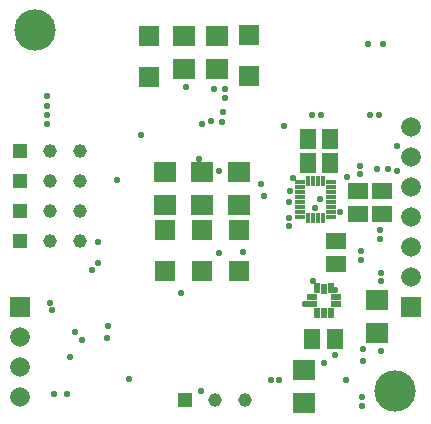
<source format=gts>
G04 Layer_Color=8388736*
%FSLAX24Y24*%
%MOIN*%
G70*
G01*
G75*
%ADD14R,0.0217X0.0157*%
%ADD15R,0.0157X0.0213*%
%ADD16R,0.0157X0.0217*%
%ADD17R,0.0177X0.0109*%
%ADD18R,0.0109X0.0177*%
%ADD39R,0.0335X0.0189*%
%ADD40R,0.0189X0.0317*%
%ADD41R,0.0189X0.0335*%
%ADD42R,0.0189X0.0317*%
%ADD43R,0.0189X0.0317*%
%ADD44R,0.0189X0.0318*%
%ADD45R,0.0335X0.0129*%
%ADD46R,0.0335X0.0130*%
%ADD47R,0.0332X0.0129*%
%ADD48R,0.0332X0.0129*%
%ADD49R,0.0335X0.0129*%
%ADD50R,0.0335X0.0129*%
%ADD51R,0.0332X0.0129*%
%ADD52R,0.0332X0.0130*%
%ADD53R,0.0335X0.0128*%
%ADD54R,0.0335X0.0130*%
%ADD55R,0.0329X0.0127*%
%ADD56R,0.0330X0.0130*%
%ADD57R,0.0335X0.0129*%
%ADD58R,0.0335X0.0127*%
%ADD59R,0.0331X0.0128*%
%ADD60R,0.0332X0.0130*%
%ADD61R,0.0128X0.0335*%
%ADD62R,0.0129X0.0335*%
%ADD63R,0.0129X0.0335*%
%ADD64R,0.0130X0.0335*%
%ADD65R,0.0129X0.0335*%
%ADD66R,0.0129X0.0335*%
%ADD67R,0.0129X0.0335*%
%ADD68R,0.0575X0.0654*%
%ADD69R,0.0654X0.0575*%
%ADD70R,0.0772X0.0693*%
%ADD71R,0.0654X0.0654*%
%ADD72C,0.0654*%
%ADD73R,0.0463X0.0463*%
%ADD74C,0.0463*%
%ADD75R,0.0463X0.0463*%
%ADD76C,0.1378*%
%ADD77C,0.0213*%
%ADD78C,0.0233*%
D14*
X11091Y4203D02*
D03*
X10366D02*
D03*
Y3966D02*
D03*
X11091D02*
D03*
D15*
X10492Y4451D02*
D03*
X10965D02*
D03*
X10492Y3719D02*
D03*
X10965D02*
D03*
D16*
X10728Y4447D02*
D03*
Y3722D02*
D03*
D17*
X9951Y7540D02*
D03*
Y7710D02*
D03*
Y7879D02*
D03*
Y8048D02*
D03*
Y7371D02*
D03*
Y7202D02*
D03*
Y7032D02*
D03*
Y6863D02*
D03*
X10915Y7540D02*
D03*
Y7710D02*
D03*
Y7879D02*
D03*
Y8048D02*
D03*
Y7371D02*
D03*
Y7202D02*
D03*
Y7032D02*
D03*
Y6863D02*
D03*
D18*
X10518Y8036D02*
D03*
X10687D02*
D03*
X10348D02*
D03*
X10179D02*
D03*
X10518Y6875D02*
D03*
X10687D02*
D03*
X10348D02*
D03*
X10179D02*
D03*
D39*
X11132Y3966D02*
D03*
Y4203D02*
D03*
X10325Y4203D02*
D03*
Y3966D02*
D03*
D40*
X10965Y4497D02*
D03*
D41*
X10728Y4488D02*
D03*
X10728Y3681D02*
D03*
D42*
X10492Y4497D02*
D03*
D43*
X10492Y3672D02*
D03*
D44*
X10965Y3673D02*
D03*
D45*
X9909Y7540D02*
D03*
D46*
X9909Y7710D02*
D03*
D47*
X9908Y7879D02*
D03*
D48*
X9908Y8048D02*
D03*
D49*
X9909Y7371D02*
D03*
D50*
Y7202D02*
D03*
D51*
X9908Y7033D02*
D03*
D52*
X9908Y6863D02*
D03*
D53*
X10957Y7540D02*
D03*
D54*
X10957Y7710D02*
D03*
D55*
X10960Y7879D02*
D03*
D56*
X10959Y8048D02*
D03*
D57*
X10957Y7371D02*
D03*
D58*
X10957Y7202D02*
D03*
D59*
X10958Y7033D02*
D03*
D60*
X10958Y6863D02*
D03*
D61*
X10518Y8078D02*
D03*
D62*
X10687Y8078D02*
D03*
D63*
X10349Y8078D02*
D03*
D64*
X10179D02*
D03*
X10687Y6834D02*
D03*
D65*
X10517Y6834D02*
D03*
D66*
X10348D02*
D03*
D67*
X10179Y6834D02*
D03*
D68*
X10335Y2805D02*
D03*
X11083D02*
D03*
X10187Y9473D02*
D03*
X10935D02*
D03*
X10925Y8686D02*
D03*
X10177D02*
D03*
D69*
X11860Y7731D02*
D03*
Y6983D02*
D03*
X12648Y7731D02*
D03*
Y6983D02*
D03*
X11122Y6058D02*
D03*
Y5310D02*
D03*
D70*
X6043Y12911D02*
D03*
Y11809D02*
D03*
X7160Y12911D02*
D03*
Y11809D02*
D03*
X12500Y4104D02*
D03*
Y3002D02*
D03*
X10039Y1757D02*
D03*
Y655D02*
D03*
X6644Y7264D02*
D03*
Y8366D02*
D03*
X5413Y7274D02*
D03*
Y8376D02*
D03*
X7874Y7274D02*
D03*
Y8376D02*
D03*
D71*
X4897Y11540D02*
D03*
Y12918D02*
D03*
X8219Y11565D02*
D03*
Y12943D02*
D03*
X6644Y6447D02*
D03*
Y5069D02*
D03*
X7874Y6447D02*
D03*
Y5069D02*
D03*
X5413Y5069D02*
D03*
Y6447D02*
D03*
X13632Y3856D02*
D03*
X591Y3886D02*
D03*
D72*
X13632Y9856D02*
D03*
Y8856D02*
D03*
Y7856D02*
D03*
Y6856D02*
D03*
Y4856D02*
D03*
Y5856D02*
D03*
X591Y2886D02*
D03*
Y1886D02*
D03*
Y886D02*
D03*
D73*
X575Y9087D02*
D03*
Y8087D02*
D03*
Y7087D02*
D03*
Y6087D02*
D03*
D74*
X1575Y9087D02*
D03*
Y8087D02*
D03*
Y7087D02*
D03*
Y6087D02*
D03*
X2575Y9087D02*
D03*
Y8087D02*
D03*
Y7087D02*
D03*
Y6087D02*
D03*
X7087Y763D02*
D03*
X8087D02*
D03*
D75*
X6087D02*
D03*
D76*
X1083Y13091D02*
D03*
X13091Y1083D02*
D03*
D77*
X6608Y1055D02*
D03*
X9547Y6576D02*
D03*
X9547Y6841D02*
D03*
X8711Y7579D02*
D03*
X9572Y7751D02*
D03*
X9695Y8169D02*
D03*
X10093Y3966D02*
D03*
X6545Y8809D02*
D03*
X1476Y9966D02*
D03*
Y10901D02*
D03*
X9561Y7371D02*
D03*
X7062Y11147D02*
D03*
X7308Y10039D02*
D03*
X7357Y10384D02*
D03*
X6939Y10064D02*
D03*
X1476Y10581D02*
D03*
Y10261D02*
D03*
X6644Y9966D02*
D03*
X9400Y9916D02*
D03*
X7234Y8415D02*
D03*
X4626Y9621D02*
D03*
X10408Y7160D02*
D03*
X10581Y7456D02*
D03*
X11491Y8219D02*
D03*
X12254Y10261D02*
D03*
X11934Y8292D02*
D03*
X12623Y5020D02*
D03*
X12598Y6422D02*
D03*
X8957Y1452D02*
D03*
X9227D02*
D03*
X10605Y10261D02*
D03*
X10335D02*
D03*
X3814Y8095D02*
D03*
X3174Y6053D02*
D03*
X4208Y1476D02*
D03*
X11442Y1427D02*
D03*
X12623Y2411D02*
D03*
X11073Y2288D02*
D03*
X10359Y4749D02*
D03*
X1649Y3765D02*
D03*
X1575Y4011D02*
D03*
X2657Y2781D02*
D03*
X5955Y4331D02*
D03*
X8637Y7972D02*
D03*
X2436Y3027D02*
D03*
X12598Y6152D02*
D03*
X12623Y4724D02*
D03*
X11934Y8588D02*
D03*
X12549Y10261D02*
D03*
X11270Y7037D02*
D03*
X11959Y5733D02*
D03*
Y5438D02*
D03*
X11097Y4454D02*
D03*
X10728Y1993D02*
D03*
X8022Y5709D02*
D03*
X2239Y2215D02*
D03*
X1722Y984D02*
D03*
X3002Y5118D02*
D03*
X3519Y3248D02*
D03*
X3494Y2854D02*
D03*
X7234Y5684D02*
D03*
X7406Y11122D02*
D03*
Y10851D02*
D03*
X12008Y2067D02*
D03*
Y2485D02*
D03*
X3200Y5340D02*
D03*
X2165Y984D02*
D03*
X11983Y886D02*
D03*
Y566D02*
D03*
X12475Y8465D02*
D03*
X12844D02*
D03*
X12180Y12648D02*
D03*
X12697D02*
D03*
X13140Y8391D02*
D03*
Y9252D02*
D03*
D78*
X6127Y11220D02*
D03*
M02*

</source>
